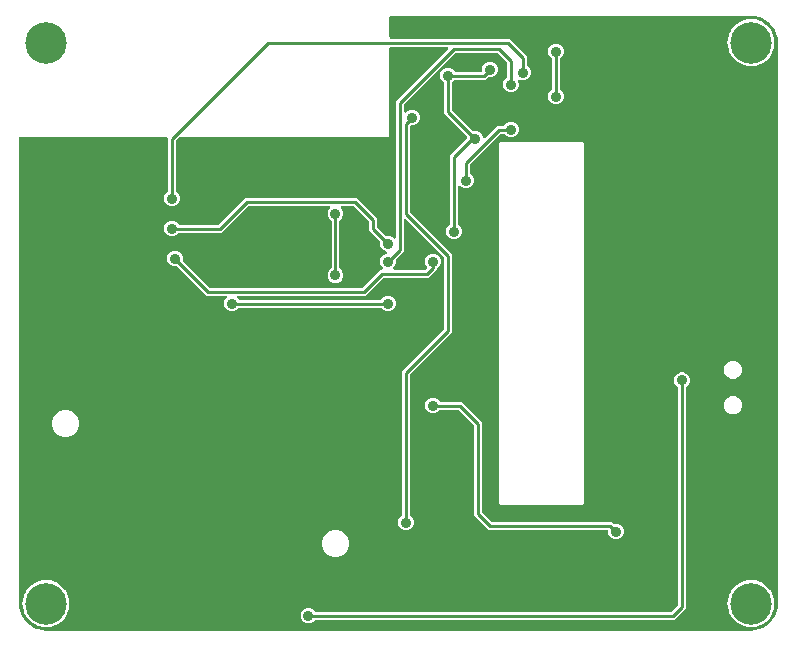
<source format=gbr>
G04 EAGLE Gerber RS-274X export*
G75*
%MOMM*%
%FSLAX34Y34*%
%LPD*%
%INBottom Copper*%
%IPPOS*%
%AMOC8*
5,1,8,0,0,1.08239X$1,22.5*%
G01*
%ADD10C,3.516000*%
%ADD11C,0.906400*%
%ADD12C,0.254000*%

G36*
X622322Y2543D02*
X622322Y2543D01*
X622400Y2545D01*
X625777Y2810D01*
X625845Y2824D01*
X625914Y2829D01*
X626070Y2869D01*
X632494Y4956D01*
X632601Y5006D01*
X632712Y5050D01*
X632763Y5083D01*
X632782Y5091D01*
X632797Y5104D01*
X632848Y5136D01*
X638312Y9107D01*
X638399Y9188D01*
X638446Y9227D01*
X638452Y9231D01*
X638453Y9233D01*
X638491Y9264D01*
X638529Y9310D01*
X638544Y9324D01*
X638555Y9341D01*
X638593Y9387D01*
X640286Y11717D01*
X640299Y11741D01*
X640316Y11761D01*
X640375Y11879D01*
X640439Y11996D01*
X640446Y12022D01*
X640458Y12046D01*
X640485Y12174D01*
X640499Y12185D01*
X640523Y12196D01*
X640625Y12281D01*
X640731Y12361D01*
X640748Y12382D01*
X640768Y12398D01*
X640871Y12522D01*
X642564Y14852D01*
X642621Y14956D01*
X642685Y15056D01*
X642707Y15113D01*
X642717Y15131D01*
X642722Y15151D01*
X642744Y15206D01*
X644831Y21630D01*
X644844Y21698D01*
X644867Y21764D01*
X644890Y21923D01*
X645155Y25300D01*
X645155Y25304D01*
X645156Y25307D01*
X645155Y25326D01*
X645159Y25400D01*
X645159Y500380D01*
X645157Y500402D01*
X645155Y500480D01*
X644890Y503857D01*
X644876Y503925D01*
X644871Y503994D01*
X644831Y504150D01*
X642744Y510574D01*
X642693Y510681D01*
X642650Y510792D01*
X642617Y510843D01*
X642609Y510862D01*
X642596Y510877D01*
X642564Y510928D01*
X640871Y513258D01*
X640853Y513277D01*
X640839Y513300D01*
X640744Y513392D01*
X640653Y513489D01*
X640631Y513504D01*
X640612Y513522D01*
X640498Y513588D01*
X640492Y513604D01*
X640489Y513631D01*
X640440Y513755D01*
X640397Y513880D01*
X640382Y513902D01*
X640372Y513927D01*
X640286Y514063D01*
X638593Y516392D01*
X638512Y516479D01*
X638436Y516571D01*
X638390Y516609D01*
X638376Y516624D01*
X638358Y516635D01*
X638312Y516673D01*
X632848Y520644D01*
X632744Y520701D01*
X632644Y520765D01*
X632587Y520787D01*
X632569Y520797D01*
X632549Y520802D01*
X632494Y520824D01*
X626070Y522911D01*
X626002Y522924D01*
X625936Y522947D01*
X625777Y522970D01*
X622400Y523235D01*
X622378Y523234D01*
X622300Y523239D01*
X317500Y523239D01*
X317382Y523224D01*
X317263Y523217D01*
X317225Y523204D01*
X317184Y523199D01*
X317074Y523156D01*
X316961Y523119D01*
X316926Y523097D01*
X316889Y523082D01*
X316793Y523013D01*
X316692Y522949D01*
X316664Y522919D01*
X316631Y522896D01*
X316556Y522804D01*
X316474Y522717D01*
X316454Y522682D01*
X316429Y522651D01*
X316378Y522543D01*
X316320Y522439D01*
X316310Y522399D01*
X316293Y522363D01*
X316271Y522246D01*
X316241Y522131D01*
X316237Y522071D01*
X316233Y522051D01*
X316235Y522030D01*
X316231Y521970D01*
X316231Y504952D01*
X316246Y504834D01*
X316253Y504715D01*
X316266Y504677D01*
X316271Y504636D01*
X316314Y504526D01*
X316351Y504413D01*
X316373Y504378D01*
X316388Y504341D01*
X316458Y504245D01*
X316521Y504144D01*
X316551Y504116D01*
X316574Y504083D01*
X316666Y504007D01*
X316753Y503926D01*
X316788Y503906D01*
X316819Y503881D01*
X316927Y503830D01*
X317031Y503772D01*
X317071Y503762D01*
X317107Y503745D01*
X317224Y503723D01*
X317339Y503693D01*
X317400Y503689D01*
X317420Y503685D01*
X317440Y503687D01*
X317500Y503683D01*
X417928Y503683D01*
X432563Y489048D01*
X432563Y481487D01*
X432575Y481389D01*
X432578Y481290D01*
X432595Y481232D01*
X432603Y481171D01*
X432639Y481079D01*
X432667Y480984D01*
X432697Y480932D01*
X432720Y480876D01*
X432778Y480796D01*
X432828Y480710D01*
X432894Y480635D01*
X432906Y480618D01*
X432916Y480611D01*
X432934Y480589D01*
X434825Y478699D01*
X435825Y476286D01*
X435825Y473674D01*
X434825Y471261D01*
X432979Y469415D01*
X430566Y468415D01*
X427954Y468415D01*
X426877Y468862D01*
X426743Y468898D01*
X426610Y468939D01*
X426590Y468940D01*
X426570Y468945D01*
X426431Y468948D01*
X426292Y468954D01*
X426272Y468950D01*
X426252Y468951D01*
X426116Y468918D01*
X425981Y468890D01*
X425963Y468881D01*
X425943Y468876D01*
X425820Y468811D01*
X425695Y468750D01*
X425680Y468737D01*
X425662Y468728D01*
X425559Y468634D01*
X425453Y468544D01*
X425441Y468527D01*
X425426Y468514D01*
X425350Y468397D01*
X425270Y468284D01*
X425263Y468265D01*
X425252Y468248D01*
X425206Y468116D01*
X425157Y467987D01*
X425155Y467966D01*
X425148Y467947D01*
X425137Y467809D01*
X425122Y467670D01*
X425125Y467650D01*
X425123Y467630D01*
X425147Y467493D01*
X425166Y467356D01*
X425175Y467329D01*
X425178Y467317D01*
X425186Y467298D01*
X425218Y467203D01*
X425665Y466126D01*
X425665Y463514D01*
X424665Y461101D01*
X422819Y459255D01*
X420406Y458255D01*
X417794Y458255D01*
X415381Y459255D01*
X413535Y461101D01*
X412535Y463514D01*
X412535Y466126D01*
X413535Y468539D01*
X415426Y470429D01*
X415486Y470508D01*
X415554Y470580D01*
X415583Y470633D01*
X415620Y470681D01*
X415660Y470772D01*
X415708Y470858D01*
X415723Y470917D01*
X415747Y470973D01*
X415762Y471071D01*
X415787Y471166D01*
X415793Y471266D01*
X415797Y471287D01*
X415795Y471299D01*
X415797Y471327D01*
X415797Y483246D01*
X415785Y483344D01*
X415782Y483443D01*
X415765Y483502D01*
X415757Y483562D01*
X415721Y483654D01*
X415693Y483749D01*
X415663Y483801D01*
X415640Y483857D01*
X415582Y483937D01*
X415532Y484023D01*
X415466Y484098D01*
X415454Y484115D01*
X415444Y484123D01*
X415426Y484144D01*
X407944Y491626D01*
X407865Y491686D01*
X407793Y491754D01*
X407740Y491783D01*
X407692Y491820D01*
X407601Y491860D01*
X407515Y491908D01*
X407456Y491923D01*
X407401Y491947D01*
X407303Y491962D01*
X407207Y491987D01*
X407107Y491993D01*
X407086Y491997D01*
X407074Y491995D01*
X407046Y491997D01*
X372734Y491997D01*
X372636Y491985D01*
X372537Y491982D01*
X372478Y491965D01*
X372418Y491957D01*
X372326Y491921D01*
X372231Y491893D01*
X372179Y491863D01*
X372123Y491840D01*
X372043Y491782D01*
X371957Y491732D01*
X371882Y491666D01*
X371865Y491654D01*
X371857Y491644D01*
X371836Y491626D01*
X328794Y448584D01*
X328734Y448505D01*
X328666Y448433D01*
X328637Y448380D01*
X328600Y448332D01*
X328560Y448241D01*
X328512Y448155D01*
X328497Y448096D01*
X328473Y448041D01*
X328458Y447943D01*
X328433Y447847D01*
X328427Y447747D01*
X328423Y447726D01*
X328425Y447714D01*
X328423Y447686D01*
X328423Y442371D01*
X328440Y442233D01*
X328453Y442095D01*
X328460Y442076D01*
X328463Y442055D01*
X328514Y441926D01*
X328561Y441795D01*
X328572Y441778D01*
X328580Y441760D01*
X328661Y441647D01*
X328739Y441532D01*
X328755Y441519D01*
X328766Y441502D01*
X328874Y441414D01*
X328978Y441322D01*
X328996Y441312D01*
X329011Y441300D01*
X329137Y441240D01*
X329261Y441177D01*
X329281Y441173D01*
X329299Y441164D01*
X329436Y441138D01*
X329571Y441107D01*
X329592Y441108D01*
X329611Y441104D01*
X329750Y441113D01*
X329889Y441117D01*
X329909Y441123D01*
X329929Y441124D01*
X330061Y441167D01*
X330195Y441205D01*
X330212Y441216D01*
X330231Y441222D01*
X330349Y441296D01*
X330469Y441367D01*
X330490Y441386D01*
X330500Y441392D01*
X330514Y441407D01*
X330589Y441473D01*
X331561Y442445D01*
X333974Y443445D01*
X336586Y443445D01*
X338999Y442445D01*
X340845Y440599D01*
X341845Y438186D01*
X341845Y435574D01*
X340845Y433161D01*
X338999Y431315D01*
X336586Y430315D01*
X334772Y430315D01*
X334654Y430300D01*
X334535Y430293D01*
X334497Y430280D01*
X334456Y430275D01*
X334346Y430232D01*
X334233Y430195D01*
X334198Y430173D01*
X334161Y430158D01*
X334065Y430089D01*
X333964Y430025D01*
X333936Y429995D01*
X333903Y429972D01*
X333827Y429880D01*
X333746Y429793D01*
X333726Y429758D01*
X333701Y429727D01*
X333650Y429619D01*
X333592Y429515D01*
X333582Y429475D01*
X333565Y429439D01*
X333543Y429322D01*
X333513Y429207D01*
X333509Y429147D01*
X333505Y429127D01*
X333507Y429106D01*
X333506Y429091D01*
X333505Y429089D01*
X333505Y429088D01*
X333503Y429046D01*
X333503Y357494D01*
X333515Y357396D01*
X333518Y357297D01*
X333535Y357238D01*
X333543Y357178D01*
X333579Y357086D01*
X333607Y356991D01*
X333637Y356939D01*
X333660Y356883D01*
X333718Y356803D01*
X333768Y356717D01*
X333834Y356642D01*
X333846Y356625D01*
X333856Y356617D01*
X333874Y356596D01*
X366756Y323714D01*
X369063Y321408D01*
X369063Y255172D01*
X333874Y219984D01*
X333814Y219905D01*
X333746Y219833D01*
X333717Y219780D01*
X333680Y219732D01*
X333640Y219641D01*
X333592Y219555D01*
X333577Y219496D01*
X333553Y219441D01*
X333538Y219343D01*
X333513Y219247D01*
X333507Y219147D01*
X333503Y219126D01*
X333505Y219114D01*
X333503Y219086D01*
X333503Y100487D01*
X333515Y100389D01*
X333518Y100290D01*
X333535Y100232D01*
X333543Y100171D01*
X333579Y100079D01*
X333607Y99984D01*
X333637Y99932D01*
X333660Y99876D01*
X333718Y99796D01*
X333768Y99710D01*
X333834Y99635D01*
X333846Y99618D01*
X333856Y99611D01*
X333874Y99589D01*
X335765Y97699D01*
X336765Y95286D01*
X336765Y92674D01*
X335765Y90261D01*
X333919Y88415D01*
X331506Y87415D01*
X328894Y87415D01*
X326481Y88415D01*
X324635Y90261D01*
X323635Y92674D01*
X323635Y95286D01*
X324635Y97699D01*
X326526Y99589D01*
X326586Y99668D01*
X326654Y99740D01*
X326683Y99793D01*
X326720Y99841D01*
X326760Y99932D01*
X326808Y100018D01*
X326823Y100077D01*
X326847Y100133D01*
X326862Y100231D01*
X326887Y100326D01*
X326893Y100426D01*
X326897Y100447D01*
X326895Y100459D01*
X326897Y100487D01*
X326897Y222348D01*
X362086Y257536D01*
X362146Y257615D01*
X362214Y257687D01*
X362243Y257740D01*
X362280Y257788D01*
X362320Y257879D01*
X362368Y257965D01*
X362383Y258024D01*
X362407Y258079D01*
X362422Y258177D01*
X362447Y258273D01*
X362453Y258373D01*
X362457Y258394D01*
X362455Y258406D01*
X362457Y258434D01*
X362457Y318146D01*
X362445Y318244D01*
X362442Y318343D01*
X362425Y318402D01*
X362417Y318462D01*
X362381Y318554D01*
X362353Y318649D01*
X362323Y318701D01*
X362300Y318757D01*
X362242Y318837D01*
X362192Y318923D01*
X362126Y318998D01*
X362114Y319015D01*
X362104Y319023D01*
X362086Y319044D01*
X330589Y350540D01*
X330480Y350625D01*
X330373Y350714D01*
X330354Y350722D01*
X330338Y350735D01*
X330210Y350790D01*
X330085Y350849D01*
X330065Y350853D01*
X330046Y350861D01*
X329908Y350883D01*
X329772Y350909D01*
X329752Y350908D01*
X329732Y350911D01*
X329593Y350898D01*
X329455Y350889D01*
X329436Y350883D01*
X329416Y350881D01*
X329284Y350834D01*
X329153Y350791D01*
X329135Y350780D01*
X329116Y350773D01*
X329001Y350695D01*
X328884Y350621D01*
X328870Y350606D01*
X328853Y350595D01*
X328761Y350491D01*
X328666Y350389D01*
X328656Y350372D01*
X328643Y350356D01*
X328579Y350233D01*
X328512Y350111D01*
X328507Y350091D01*
X328498Y350073D01*
X328468Y349937D01*
X328433Y349803D01*
X328431Y349775D01*
X328428Y349763D01*
X328429Y349742D01*
X328423Y349642D01*
X328423Y323752D01*
X321896Y317226D01*
X321836Y317147D01*
X321768Y317075D01*
X321739Y317022D01*
X321702Y316974D01*
X321662Y316883D01*
X321614Y316797D01*
X321599Y316738D01*
X321575Y316683D01*
X321560Y316585D01*
X321535Y316489D01*
X321529Y316389D01*
X321525Y316369D01*
X321527Y316356D01*
X321525Y316328D01*
X321525Y313654D01*
X320525Y311241D01*
X319553Y310269D01*
X319469Y310160D01*
X319380Y310053D01*
X319371Y310034D01*
X319358Y310018D01*
X319303Y309891D01*
X319244Y309765D01*
X319240Y309745D01*
X319232Y309726D01*
X319210Y309588D01*
X319184Y309452D01*
X319185Y309432D01*
X319182Y309412D01*
X319195Y309273D01*
X319204Y309135D01*
X319210Y309116D01*
X319212Y309096D01*
X319259Y308964D01*
X319302Y308833D01*
X319313Y308815D01*
X319320Y308796D01*
X319398Y308681D01*
X319472Y308564D01*
X319487Y308550D01*
X319498Y308533D01*
X319602Y308441D01*
X319704Y308346D01*
X319722Y308336D01*
X319737Y308323D01*
X319860Y308260D01*
X319982Y308192D01*
X320002Y308187D01*
X320020Y308178D01*
X320156Y308148D01*
X320290Y308113D01*
X320318Y308111D01*
X320330Y308108D01*
X320351Y308109D01*
X320451Y308103D01*
X346086Y308103D01*
X346184Y308115D01*
X346283Y308118D01*
X346342Y308135D01*
X346402Y308143D01*
X346494Y308179D01*
X346589Y308207D01*
X346641Y308237D01*
X346697Y308260D01*
X346778Y308318D01*
X346863Y308368D01*
X346938Y308434D01*
X346955Y308446D01*
X346963Y308456D01*
X346984Y308474D01*
X347725Y309216D01*
X347798Y309310D01*
X347877Y309399D01*
X347895Y309435D01*
X347920Y309467D01*
X347967Y309576D01*
X348022Y309683D01*
X348030Y309722D01*
X348046Y309759D01*
X348065Y309877D01*
X348091Y309993D01*
X348090Y310033D01*
X348096Y310073D01*
X348085Y310192D01*
X348081Y310311D01*
X348070Y310349D01*
X348066Y310390D01*
X348026Y310502D01*
X347993Y310616D01*
X347973Y310651D01*
X347959Y310689D01*
X347892Y310787D01*
X347832Y310890D01*
X347792Y310935D01*
X347780Y310952D01*
X347765Y310966D01*
X347725Y311011D01*
X347495Y311241D01*
X346495Y313654D01*
X346495Y316266D01*
X347495Y318679D01*
X349341Y320525D01*
X351754Y321525D01*
X354366Y321525D01*
X356779Y320525D01*
X358625Y318679D01*
X359625Y316266D01*
X359625Y313654D01*
X358625Y311241D01*
X356734Y309351D01*
X356674Y309272D01*
X356606Y309200D01*
X356577Y309147D01*
X356540Y309099D01*
X356500Y309008D01*
X356452Y308922D01*
X356437Y308863D01*
X356413Y308807D01*
X356398Y308709D01*
X356373Y308614D01*
X356367Y308519D01*
X356366Y308515D01*
X349348Y301497D01*
X311774Y301497D01*
X311676Y301485D01*
X311577Y301482D01*
X311518Y301465D01*
X311458Y301457D01*
X311366Y301421D01*
X311271Y301393D01*
X311219Y301363D01*
X311163Y301340D01*
X311083Y301282D01*
X310997Y301232D01*
X310922Y301166D01*
X310905Y301154D01*
X310897Y301144D01*
X310876Y301126D01*
X296008Y286257D01*
X188371Y286257D01*
X188233Y286240D01*
X188095Y286227D01*
X188076Y286220D01*
X188055Y286217D01*
X187926Y286166D01*
X187795Y286119D01*
X187778Y286108D01*
X187760Y286100D01*
X187647Y286019D01*
X187532Y285941D01*
X187519Y285925D01*
X187502Y285914D01*
X187414Y285806D01*
X187322Y285702D01*
X187312Y285684D01*
X187300Y285669D01*
X187240Y285543D01*
X187177Y285419D01*
X187173Y285399D01*
X187164Y285381D01*
X187138Y285244D01*
X187107Y285109D01*
X187108Y285088D01*
X187104Y285069D01*
X187113Y284930D01*
X187117Y284791D01*
X187123Y284771D01*
X187124Y284751D01*
X187167Y284619D01*
X187205Y284485D01*
X187216Y284468D01*
X187222Y284449D01*
X187296Y284331D01*
X187367Y284211D01*
X187386Y284190D01*
X187392Y284180D01*
X187407Y284166D01*
X187473Y284091D01*
X188489Y283074D01*
X188568Y283014D01*
X188640Y282946D01*
X188693Y282917D01*
X188741Y282880D01*
X188832Y282840D01*
X188918Y282792D01*
X188977Y282777D01*
X189033Y282753D01*
X189130Y282738D01*
X189226Y282713D01*
X189326Y282707D01*
X189347Y282703D01*
X189359Y282705D01*
X189387Y282703D01*
X308453Y282703D01*
X308551Y282715D01*
X308650Y282718D01*
X308708Y282735D01*
X308769Y282743D01*
X308861Y282779D01*
X308956Y282807D01*
X309008Y282837D01*
X309064Y282860D01*
X309144Y282918D01*
X309230Y282968D01*
X309305Y283034D01*
X309322Y283046D01*
X309329Y283056D01*
X309351Y283074D01*
X311241Y284965D01*
X313654Y285965D01*
X316266Y285965D01*
X318679Y284965D01*
X320525Y283119D01*
X321525Y280706D01*
X321525Y278094D01*
X320525Y275681D01*
X318679Y273835D01*
X316266Y272835D01*
X313654Y272835D01*
X311241Y273835D01*
X309351Y275726D01*
X309272Y275786D01*
X309200Y275854D01*
X309147Y275883D01*
X309099Y275920D01*
X309008Y275960D01*
X308922Y276008D01*
X308863Y276023D01*
X308807Y276047D01*
X308709Y276062D01*
X308614Y276087D01*
X308514Y276093D01*
X308493Y276097D01*
X308481Y276095D01*
X308453Y276097D01*
X189387Y276097D01*
X189289Y276085D01*
X189190Y276082D01*
X189132Y276065D01*
X189071Y276057D01*
X188979Y276021D01*
X188884Y275993D01*
X188832Y275963D01*
X188776Y275940D01*
X188696Y275882D01*
X188610Y275832D01*
X188535Y275766D01*
X188518Y275754D01*
X188511Y275744D01*
X188489Y275726D01*
X186599Y273835D01*
X184186Y272835D01*
X181574Y272835D01*
X179161Y273835D01*
X177315Y275681D01*
X176315Y278094D01*
X176315Y280706D01*
X177315Y283119D01*
X178287Y284091D01*
X178371Y284200D01*
X178460Y284307D01*
X178469Y284326D01*
X178482Y284342D01*
X178537Y284469D01*
X178596Y284595D01*
X178600Y284615D01*
X178608Y284634D01*
X178630Y284772D01*
X178656Y284908D01*
X178655Y284928D01*
X178658Y284948D01*
X178645Y285087D01*
X178636Y285225D01*
X178630Y285244D01*
X178628Y285264D01*
X178581Y285396D01*
X178538Y285527D01*
X178527Y285545D01*
X178520Y285564D01*
X178442Y285679D01*
X178368Y285796D01*
X178353Y285810D01*
X178342Y285827D01*
X178238Y285919D01*
X178136Y286014D01*
X178118Y286024D01*
X178103Y286037D01*
X177980Y286100D01*
X177858Y286168D01*
X177838Y286173D01*
X177820Y286182D01*
X177684Y286212D01*
X177550Y286247D01*
X177522Y286249D01*
X177510Y286252D01*
X177489Y286251D01*
X177389Y286257D01*
X161192Y286257D01*
X136886Y310564D01*
X136807Y310624D01*
X136735Y310692D01*
X136682Y310721D01*
X136634Y310758D01*
X136543Y310798D01*
X136457Y310846D01*
X136398Y310861D01*
X136343Y310885D01*
X136245Y310900D01*
X136149Y310925D01*
X136049Y310931D01*
X136028Y310935D01*
X136016Y310933D01*
X135988Y310935D01*
X133314Y310935D01*
X130901Y311935D01*
X129055Y313781D01*
X128055Y316194D01*
X128055Y318806D01*
X129055Y321219D01*
X130901Y323065D01*
X133314Y324065D01*
X135926Y324065D01*
X138339Y323065D01*
X140185Y321219D01*
X141185Y318806D01*
X141185Y316132D01*
X141197Y316034D01*
X141200Y315935D01*
X141217Y315876D01*
X141225Y315816D01*
X141261Y315724D01*
X141289Y315629D01*
X141319Y315577D01*
X141342Y315521D01*
X141400Y315441D01*
X141450Y315355D01*
X141516Y315280D01*
X141528Y315263D01*
X141538Y315255D01*
X141556Y315234D01*
X163556Y293234D01*
X163635Y293174D01*
X163707Y293106D01*
X163760Y293077D01*
X163808Y293040D01*
X163899Y293000D01*
X163985Y292952D01*
X164044Y292937D01*
X164099Y292913D01*
X164197Y292898D01*
X164293Y292873D01*
X164393Y292867D01*
X164414Y292863D01*
X164426Y292865D01*
X164454Y292863D01*
X292746Y292863D01*
X292844Y292875D01*
X292943Y292878D01*
X293002Y292895D01*
X293062Y292903D01*
X293154Y292939D01*
X293249Y292967D01*
X293301Y292997D01*
X293357Y293020D01*
X293437Y293078D01*
X293523Y293128D01*
X293598Y293194D01*
X293615Y293206D01*
X293623Y293216D01*
X293644Y293234D01*
X308512Y308103D01*
X309469Y308103D01*
X309607Y308120D01*
X309745Y308133D01*
X309764Y308140D01*
X309785Y308143D01*
X309914Y308194D01*
X310045Y308241D01*
X310062Y308252D01*
X310080Y308260D01*
X310193Y308341D01*
X310308Y308419D01*
X310321Y308435D01*
X310338Y308446D01*
X310426Y308554D01*
X310518Y308658D01*
X310528Y308676D01*
X310540Y308691D01*
X310600Y308817D01*
X310663Y308941D01*
X310667Y308961D01*
X310676Y308979D01*
X310702Y309116D01*
X310733Y309251D01*
X310732Y309272D01*
X310736Y309291D01*
X310727Y309430D01*
X310723Y309569D01*
X310717Y309589D01*
X310716Y309609D01*
X310673Y309741D01*
X310635Y309875D01*
X310624Y309892D01*
X310618Y309911D01*
X310544Y310029D01*
X310473Y310149D01*
X310454Y310170D01*
X310448Y310180D01*
X310433Y310194D01*
X310367Y310269D01*
X309395Y311241D01*
X308395Y313654D01*
X308395Y316266D01*
X309395Y318679D01*
X311241Y320525D01*
X313371Y321407D01*
X313492Y321476D01*
X313615Y321541D01*
X313630Y321555D01*
X313647Y321565D01*
X313747Y321662D01*
X313850Y321755D01*
X313861Y321772D01*
X313876Y321786D01*
X313948Y321905D01*
X314025Y322021D01*
X314031Y322040D01*
X314042Y322057D01*
X314083Y322190D01*
X314128Y322322D01*
X314129Y322342D01*
X314135Y322361D01*
X314142Y322500D01*
X314153Y322639D01*
X314150Y322659D01*
X314151Y322679D01*
X314122Y322815D01*
X314099Y322952D01*
X314090Y322971D01*
X314086Y322990D01*
X314025Y323116D01*
X313968Y323242D01*
X313955Y323258D01*
X313947Y323276D01*
X313856Y323382D01*
X313769Y323490D01*
X313753Y323503D01*
X313740Y323518D01*
X313627Y323598D01*
X313515Y323682D01*
X313490Y323694D01*
X313480Y323701D01*
X313461Y323708D01*
X313371Y323753D01*
X311241Y324635D01*
X309395Y326481D01*
X308395Y328894D01*
X308395Y331568D01*
X308383Y331666D01*
X308380Y331765D01*
X308363Y331824D01*
X308355Y331884D01*
X308319Y331976D01*
X308291Y332071D01*
X308261Y332123D01*
X308238Y332179D01*
X308180Y332259D01*
X308130Y332345D01*
X308064Y332420D01*
X308052Y332437D01*
X308042Y332445D01*
X308024Y332466D01*
X298957Y341532D01*
X298957Y348626D01*
X298945Y348724D01*
X298942Y348823D01*
X298925Y348882D01*
X298917Y348942D01*
X298881Y349034D01*
X298853Y349129D01*
X298823Y349181D01*
X298800Y349237D01*
X298742Y349317D01*
X298692Y349403D01*
X298626Y349478D01*
X298614Y349495D01*
X298604Y349503D01*
X298586Y349524D01*
X286024Y362086D01*
X285945Y362146D01*
X285873Y362214D01*
X285820Y362243D01*
X285772Y362280D01*
X285681Y362320D01*
X285595Y362368D01*
X285536Y362383D01*
X285481Y362407D01*
X285383Y362422D01*
X285287Y362447D01*
X285187Y362453D01*
X285166Y362457D01*
X285154Y362455D01*
X285126Y362457D01*
X276001Y362457D01*
X275863Y362440D01*
X275725Y362427D01*
X275706Y362420D01*
X275685Y362417D01*
X275556Y362366D01*
X275425Y362319D01*
X275408Y362308D01*
X275390Y362300D01*
X275277Y362219D01*
X275162Y362141D01*
X275149Y362125D01*
X275132Y362114D01*
X275044Y362006D01*
X274952Y361902D01*
X274942Y361884D01*
X274930Y361869D01*
X274870Y361743D01*
X274807Y361619D01*
X274803Y361599D01*
X274794Y361581D01*
X274768Y361444D01*
X274737Y361309D01*
X274738Y361288D01*
X274734Y361269D01*
X274743Y361130D01*
X274747Y360991D01*
X274753Y360971D01*
X274754Y360951D01*
X274797Y360819D01*
X274835Y360685D01*
X274846Y360668D01*
X274852Y360649D01*
X274926Y360531D01*
X274997Y360411D01*
X275016Y360390D01*
X275022Y360380D01*
X275037Y360366D01*
X275103Y360291D01*
X276075Y359319D01*
X277075Y356906D01*
X277075Y354294D01*
X276075Y351881D01*
X274184Y349991D01*
X274124Y349912D01*
X274056Y349840D01*
X274027Y349787D01*
X273990Y349739D01*
X273950Y349648D01*
X273902Y349562D01*
X273887Y349503D01*
X273863Y349447D01*
X273848Y349349D01*
X273823Y349254D01*
X273817Y349154D01*
X273813Y349133D01*
X273815Y349121D01*
X273813Y349093D01*
X273813Y310037D01*
X273825Y309939D01*
X273828Y309840D01*
X273845Y309782D01*
X273853Y309721D01*
X273889Y309629D01*
X273917Y309534D01*
X273947Y309482D01*
X273970Y309426D01*
X274028Y309346D01*
X274078Y309260D01*
X274144Y309185D01*
X274156Y309168D01*
X274166Y309161D01*
X274184Y309139D01*
X276075Y307249D01*
X277075Y304836D01*
X277075Y302224D01*
X276075Y299811D01*
X274229Y297965D01*
X271816Y296965D01*
X269204Y296965D01*
X266791Y297965D01*
X264945Y299811D01*
X263945Y302224D01*
X263945Y304836D01*
X264945Y307249D01*
X266836Y309139D01*
X266896Y309218D01*
X266964Y309290D01*
X266993Y309343D01*
X267030Y309391D01*
X267070Y309482D01*
X267118Y309568D01*
X267133Y309627D01*
X267157Y309683D01*
X267172Y309781D01*
X267197Y309876D01*
X267203Y309976D01*
X267207Y309997D01*
X267205Y310009D01*
X267207Y310037D01*
X267207Y349093D01*
X267195Y349191D01*
X267192Y349290D01*
X267175Y349348D01*
X267167Y349409D01*
X267131Y349501D01*
X267103Y349596D01*
X267073Y349648D01*
X267050Y349704D01*
X266992Y349784D01*
X266942Y349870D01*
X266876Y349945D01*
X266864Y349962D01*
X266854Y349969D01*
X266836Y349991D01*
X264945Y351881D01*
X263945Y354294D01*
X263945Y356906D01*
X264945Y359319D01*
X265917Y360291D01*
X266001Y360400D01*
X266090Y360507D01*
X266099Y360526D01*
X266112Y360542D01*
X266167Y360669D01*
X266226Y360795D01*
X266230Y360815D01*
X266238Y360834D01*
X266260Y360972D01*
X266286Y361108D01*
X266285Y361128D01*
X266288Y361148D01*
X266275Y361287D01*
X266266Y361425D01*
X266260Y361444D01*
X266258Y361464D01*
X266211Y361596D01*
X266168Y361727D01*
X266157Y361745D01*
X266150Y361764D01*
X266072Y361879D01*
X265998Y361996D01*
X265983Y362010D01*
X265972Y362027D01*
X265868Y362119D01*
X265766Y362214D01*
X265748Y362224D01*
X265733Y362237D01*
X265610Y362300D01*
X265488Y362368D01*
X265468Y362373D01*
X265450Y362382D01*
X265314Y362412D01*
X265180Y362447D01*
X265152Y362449D01*
X265140Y362452D01*
X265119Y362451D01*
X265019Y362457D01*
X197474Y362457D01*
X197376Y362445D01*
X197277Y362442D01*
X197218Y362425D01*
X197158Y362417D01*
X197066Y362381D01*
X196971Y362353D01*
X196919Y362323D01*
X196863Y362300D01*
X196783Y362242D01*
X196697Y362192D01*
X196622Y362126D01*
X196605Y362114D01*
X196597Y362104D01*
X196576Y362086D01*
X174088Y339597D01*
X138587Y339597D01*
X138489Y339585D01*
X138390Y339582D01*
X138332Y339565D01*
X138271Y339557D01*
X138179Y339521D01*
X138084Y339493D01*
X138032Y339463D01*
X137976Y339440D01*
X137896Y339382D01*
X137810Y339332D01*
X137735Y339266D01*
X137718Y339254D01*
X137711Y339244D01*
X137689Y339226D01*
X135799Y337335D01*
X133386Y336335D01*
X130774Y336335D01*
X128361Y337335D01*
X126515Y339181D01*
X125515Y341594D01*
X125515Y344206D01*
X126515Y346619D01*
X128361Y348465D01*
X130774Y349465D01*
X133386Y349465D01*
X135799Y348465D01*
X137689Y346574D01*
X137768Y346514D01*
X137840Y346446D01*
X137893Y346417D01*
X137941Y346380D01*
X138032Y346340D01*
X138118Y346292D01*
X138177Y346277D01*
X138233Y346253D01*
X138331Y346238D01*
X138426Y346213D01*
X138526Y346207D01*
X138547Y346203D01*
X138559Y346205D01*
X138587Y346203D01*
X170826Y346203D01*
X170924Y346215D01*
X171023Y346218D01*
X171082Y346235D01*
X171142Y346243D01*
X171234Y346279D01*
X171329Y346307D01*
X171381Y346337D01*
X171437Y346360D01*
X171517Y346418D01*
X171603Y346468D01*
X171678Y346534D01*
X171695Y346546D01*
X171703Y346556D01*
X171724Y346574D01*
X194212Y369063D01*
X288388Y369063D01*
X305563Y351888D01*
X305563Y344794D01*
X305575Y344696D01*
X305578Y344597D01*
X305595Y344538D01*
X305603Y344478D01*
X305639Y344386D01*
X305667Y344291D01*
X305697Y344239D01*
X305720Y344183D01*
X305778Y344103D01*
X305828Y344017D01*
X305894Y343942D01*
X305906Y343925D01*
X305916Y343917D01*
X305934Y343896D01*
X312694Y337136D01*
X312773Y337076D01*
X312845Y337008D01*
X312898Y336979D01*
X312946Y336942D01*
X313037Y336902D01*
X313123Y336854D01*
X313182Y336839D01*
X313237Y336815D01*
X313335Y336800D01*
X313431Y336775D01*
X313531Y336769D01*
X313552Y336765D01*
X313564Y336767D01*
X313592Y336765D01*
X316266Y336765D01*
X318679Y335765D01*
X319651Y334793D01*
X319760Y334709D01*
X319867Y334620D01*
X319886Y334611D01*
X319902Y334598D01*
X320029Y334543D01*
X320155Y334484D01*
X320175Y334480D01*
X320194Y334472D01*
X320332Y334450D01*
X320468Y334424D01*
X320488Y334425D01*
X320508Y334422D01*
X320647Y334435D01*
X320785Y334444D01*
X320804Y334450D01*
X320824Y334452D01*
X320956Y334499D01*
X321087Y334542D01*
X321105Y334553D01*
X321124Y334560D01*
X321239Y334638D01*
X321356Y334712D01*
X321370Y334727D01*
X321387Y334738D01*
X321479Y334842D01*
X321574Y334944D01*
X321584Y334962D01*
X321597Y334977D01*
X321660Y335100D01*
X321728Y335222D01*
X321733Y335242D01*
X321742Y335260D01*
X321772Y335396D01*
X321807Y335530D01*
X321809Y335558D01*
X321812Y335570D01*
X321811Y335591D01*
X321817Y335691D01*
X321817Y450948D01*
X324124Y453254D01*
X365780Y494911D01*
X365865Y495020D01*
X365954Y495127D01*
X365962Y495146D01*
X365975Y495162D01*
X366030Y495290D01*
X366089Y495415D01*
X366093Y495435D01*
X366101Y495454D01*
X366123Y495592D01*
X366149Y495728D01*
X366148Y495748D01*
X366151Y495768D01*
X366138Y495907D01*
X366129Y496045D01*
X366123Y496064D01*
X366121Y496084D01*
X366074Y496216D01*
X366031Y496347D01*
X366020Y496365D01*
X366013Y496384D01*
X365935Y496499D01*
X365861Y496616D01*
X365846Y496630D01*
X365835Y496647D01*
X365731Y496739D01*
X365629Y496834D01*
X365612Y496844D01*
X365596Y496857D01*
X365473Y496920D01*
X365351Y496988D01*
X365331Y496993D01*
X365313Y497002D01*
X365177Y497032D01*
X365043Y497067D01*
X365015Y497069D01*
X365003Y497072D01*
X364982Y497071D01*
X364882Y497077D01*
X317500Y497077D01*
X317382Y497062D01*
X317263Y497055D01*
X317225Y497042D01*
X317184Y497037D01*
X317074Y496994D01*
X316961Y496957D01*
X316926Y496935D01*
X316889Y496920D01*
X316793Y496851D01*
X316692Y496787D01*
X316664Y496757D01*
X316631Y496734D01*
X316556Y496642D01*
X316474Y496555D01*
X316454Y496520D01*
X316429Y496489D01*
X316378Y496381D01*
X316320Y496277D01*
X316310Y496237D01*
X316293Y496201D01*
X316271Y496084D01*
X316241Y495969D01*
X316237Y495909D01*
X316233Y495889D01*
X316235Y495868D01*
X316231Y495808D01*
X316231Y420369D01*
X273324Y420369D01*
X273314Y420368D01*
X273305Y420369D01*
X273156Y420348D01*
X273008Y420329D01*
X272999Y420326D01*
X272990Y420325D01*
X272838Y420273D01*
X272806Y420259D01*
X268214Y420259D01*
X268182Y420273D01*
X268173Y420275D01*
X268165Y420280D01*
X268020Y420317D01*
X267876Y420357D01*
X267866Y420357D01*
X267857Y420359D01*
X267696Y420369D01*
X138546Y420369D01*
X138448Y420357D01*
X138349Y420354D01*
X138290Y420337D01*
X138230Y420329D01*
X138138Y420293D01*
X138043Y420265D01*
X137991Y420235D01*
X137935Y420212D01*
X137854Y420154D01*
X137769Y420104D01*
X137694Y420038D01*
X137677Y420026D01*
X137669Y420016D01*
X137648Y419998D01*
X135754Y418104D01*
X135694Y418025D01*
X135626Y417953D01*
X135597Y417900D01*
X135560Y417852D01*
X135520Y417761D01*
X135472Y417675D01*
X135457Y417616D01*
X135433Y417561D01*
X135418Y417463D01*
X135393Y417367D01*
X135387Y417267D01*
X135383Y417246D01*
X135385Y417234D01*
X135383Y417206D01*
X135383Y374807D01*
X135395Y374709D01*
X135398Y374610D01*
X135415Y374552D01*
X135423Y374491D01*
X135459Y374399D01*
X135487Y374304D01*
X135517Y374252D01*
X135540Y374196D01*
X135598Y374116D01*
X135648Y374030D01*
X135714Y373955D01*
X135726Y373938D01*
X135736Y373931D01*
X135754Y373909D01*
X137645Y372019D01*
X138645Y369606D01*
X138645Y366994D01*
X137645Y364581D01*
X135799Y362735D01*
X133386Y361735D01*
X130774Y361735D01*
X128361Y362735D01*
X126515Y364581D01*
X125515Y366994D01*
X125515Y369606D01*
X126515Y372019D01*
X128406Y373909D01*
X128466Y373988D01*
X128534Y374060D01*
X128563Y374113D01*
X128600Y374161D01*
X128640Y374252D01*
X128688Y374338D01*
X128703Y374397D01*
X128727Y374453D01*
X128742Y374551D01*
X128767Y374646D01*
X128773Y374746D01*
X128777Y374767D01*
X128775Y374779D01*
X128777Y374807D01*
X128777Y419100D01*
X128762Y419218D01*
X128755Y419337D01*
X128742Y419375D01*
X128737Y419416D01*
X128694Y419526D01*
X128657Y419639D01*
X128635Y419674D01*
X128620Y419711D01*
X128551Y419807D01*
X128487Y419908D01*
X128457Y419936D01*
X128434Y419969D01*
X128342Y420045D01*
X128255Y420126D01*
X128220Y420146D01*
X128189Y420171D01*
X128081Y420222D01*
X127977Y420280D01*
X127937Y420290D01*
X127901Y420307D01*
X127784Y420329D01*
X127669Y420359D01*
X127609Y420363D01*
X127589Y420367D01*
X127568Y420365D01*
X127508Y420369D01*
X44724Y420369D01*
X44714Y420368D01*
X44705Y420369D01*
X44556Y420348D01*
X44408Y420329D01*
X44399Y420326D01*
X44390Y420325D01*
X44238Y420273D01*
X44206Y420259D01*
X39614Y420259D01*
X39582Y420273D01*
X39573Y420275D01*
X39565Y420280D01*
X39420Y420317D01*
X39276Y420357D01*
X39266Y420357D01*
X39257Y420359D01*
X39096Y420369D01*
X3810Y420369D01*
X3692Y420354D01*
X3573Y420347D01*
X3535Y420334D01*
X3494Y420329D01*
X3384Y420286D01*
X3271Y420249D01*
X3236Y420227D01*
X3199Y420212D01*
X3103Y420143D01*
X3002Y420079D01*
X2974Y420049D01*
X2941Y420026D01*
X2865Y419934D01*
X2784Y419847D01*
X2764Y419812D01*
X2739Y419781D01*
X2688Y419673D01*
X2630Y419569D01*
X2620Y419529D01*
X2603Y419493D01*
X2581Y419376D01*
X2551Y419261D01*
X2547Y419200D01*
X2543Y419181D01*
X2545Y419160D01*
X2541Y419100D01*
X2541Y25400D01*
X2543Y25378D01*
X2545Y25300D01*
X2810Y21923D01*
X2824Y21855D01*
X2829Y21786D01*
X2869Y21630D01*
X4956Y15206D01*
X5006Y15099D01*
X5050Y14988D01*
X5083Y14937D01*
X5091Y14918D01*
X5104Y14903D01*
X5136Y14852D01*
X9107Y9388D01*
X9127Y9366D01*
X9138Y9348D01*
X9184Y9305D01*
X9188Y9301D01*
X9264Y9209D01*
X9310Y9171D01*
X9324Y9156D01*
X9342Y9145D01*
X9388Y9107D01*
X14596Y5322D01*
X14852Y5136D01*
X14956Y5079D01*
X15056Y5015D01*
X15113Y4993D01*
X15131Y4983D01*
X15151Y4978D01*
X15206Y4956D01*
X17945Y4066D01*
X17971Y4061D01*
X17996Y4051D01*
X18127Y4031D01*
X18257Y4007D01*
X18284Y4008D01*
X18310Y4004D01*
X18441Y4018D01*
X18455Y4008D01*
X18474Y3989D01*
X18585Y3917D01*
X18694Y3842D01*
X18719Y3832D01*
X18742Y3818D01*
X18892Y3759D01*
X21630Y2869D01*
X21698Y2856D01*
X21764Y2833D01*
X21923Y2810D01*
X25300Y2545D01*
X25322Y2546D01*
X25400Y2541D01*
X622300Y2541D01*
X622322Y2543D01*
G37*
%LPC*%
G36*
X410428Y109219D02*
X410428Y109219D01*
X408939Y110708D01*
X408939Y415072D01*
X410428Y416561D01*
X479842Y416561D01*
X481331Y415072D01*
X481331Y110708D01*
X479842Y109219D01*
X410428Y109219D01*
G37*
%LPD*%
%LPC*%
G36*
X246344Y8675D02*
X246344Y8675D01*
X243931Y9675D01*
X242085Y11521D01*
X241085Y13934D01*
X241085Y16546D01*
X242085Y18959D01*
X243931Y20805D01*
X246344Y21805D01*
X248956Y21805D01*
X251369Y20805D01*
X253259Y18914D01*
X253338Y18854D01*
X253410Y18786D01*
X253463Y18757D01*
X253511Y18720D01*
X253602Y18680D01*
X253688Y18632D01*
X253747Y18617D01*
X253803Y18593D01*
X253901Y18578D01*
X253996Y18553D01*
X254096Y18547D01*
X254117Y18543D01*
X254129Y18545D01*
X254157Y18543D01*
X554366Y18543D01*
X554464Y18555D01*
X554563Y18558D01*
X554622Y18575D01*
X554682Y18583D01*
X554774Y18619D01*
X554869Y18647D01*
X554921Y18677D01*
X554977Y18700D01*
X555057Y18758D01*
X555143Y18808D01*
X555218Y18874D01*
X555235Y18886D01*
X555243Y18896D01*
X555264Y18914D01*
X560206Y23856D01*
X560266Y23935D01*
X560334Y24007D01*
X560363Y24060D01*
X560400Y24108D01*
X560440Y24198D01*
X560488Y24285D01*
X560503Y24344D01*
X560527Y24399D01*
X560542Y24497D01*
X560567Y24593D01*
X560573Y24693D01*
X560577Y24714D01*
X560575Y24726D01*
X560577Y24754D01*
X560577Y208123D01*
X560565Y208221D01*
X560562Y208320D01*
X560545Y208378D01*
X560537Y208439D01*
X560501Y208531D01*
X560473Y208626D01*
X560443Y208678D01*
X560420Y208734D01*
X560362Y208814D01*
X560312Y208900D01*
X560246Y208975D01*
X560234Y208992D01*
X560224Y208999D01*
X560206Y209021D01*
X558315Y210911D01*
X557315Y213324D01*
X557315Y215936D01*
X558315Y218349D01*
X560161Y220195D01*
X562574Y221195D01*
X565186Y221195D01*
X567599Y220195D01*
X569445Y218349D01*
X570445Y215936D01*
X570445Y213324D01*
X569445Y210911D01*
X567554Y209021D01*
X567494Y208942D01*
X567426Y208870D01*
X567397Y208817D01*
X567360Y208769D01*
X567320Y208678D01*
X567272Y208592D01*
X567257Y208533D01*
X567233Y208477D01*
X567218Y208379D01*
X567193Y208284D01*
X567187Y208184D01*
X567183Y208163D01*
X567185Y208151D01*
X567183Y208123D01*
X567183Y21492D01*
X557628Y11937D01*
X254157Y11937D01*
X254059Y11925D01*
X253960Y11922D01*
X253902Y11905D01*
X253841Y11897D01*
X253749Y11861D01*
X253654Y11833D01*
X253602Y11803D01*
X253546Y11780D01*
X253466Y11722D01*
X253380Y11672D01*
X253305Y11606D01*
X253288Y11594D01*
X253281Y11584D01*
X253259Y11566D01*
X251369Y9675D01*
X248956Y8675D01*
X246344Y8675D01*
G37*
%LPD*%
%LPC*%
G36*
X369534Y333795D02*
X369534Y333795D01*
X367121Y334795D01*
X365275Y336641D01*
X364275Y339054D01*
X364275Y341666D01*
X365275Y344079D01*
X367166Y345969D01*
X367226Y346048D01*
X367294Y346120D01*
X367323Y346173D01*
X367360Y346221D01*
X367400Y346312D01*
X367448Y346398D01*
X367463Y346457D01*
X367487Y346513D01*
X367502Y346611D01*
X367527Y346706D01*
X367533Y346806D01*
X367537Y346827D01*
X367535Y346839D01*
X367537Y346867D01*
X367537Y405228D01*
X381684Y419374D01*
X381744Y419453D01*
X381812Y419525D01*
X381841Y419578D01*
X381878Y419626D01*
X381918Y419717D01*
X381966Y419803D01*
X381981Y419862D01*
X382005Y419917D01*
X382020Y420015D01*
X382045Y420111D01*
X382051Y420211D01*
X382055Y420232D01*
X382053Y420244D01*
X382055Y420272D01*
X382055Y420468D01*
X382043Y420566D01*
X382040Y420665D01*
X382023Y420724D01*
X382015Y420784D01*
X381979Y420876D01*
X381951Y420971D01*
X381921Y421023D01*
X381898Y421079D01*
X381840Y421159D01*
X381790Y421245D01*
X381724Y421320D01*
X381712Y421337D01*
X381702Y421345D01*
X381684Y421366D01*
X362457Y440592D01*
X362457Y465933D01*
X362445Y466031D01*
X362442Y466130D01*
X362425Y466188D01*
X362417Y466249D01*
X362381Y466341D01*
X362353Y466436D01*
X362323Y466488D01*
X362300Y466544D01*
X362242Y466624D01*
X362192Y466710D01*
X362126Y466785D01*
X362114Y466802D01*
X362104Y466809D01*
X362086Y466831D01*
X360195Y468721D01*
X359195Y471134D01*
X359195Y473746D01*
X360195Y476159D01*
X362041Y478005D01*
X364454Y479005D01*
X367066Y479005D01*
X369479Y478005D01*
X371369Y476114D01*
X371448Y476054D01*
X371520Y475986D01*
X371573Y475957D01*
X371621Y475920D01*
X371712Y475880D01*
X371798Y475832D01*
X371857Y475817D01*
X371913Y475793D01*
X372011Y475778D01*
X372106Y475753D01*
X372206Y475747D01*
X372227Y475743D01*
X372239Y475745D01*
X372267Y475743D01*
X393486Y475743D01*
X393604Y475758D01*
X393723Y475765D01*
X393761Y475778D01*
X393802Y475783D01*
X393912Y475826D01*
X394025Y475863D01*
X394060Y475885D01*
X394097Y475900D01*
X394193Y475969D01*
X394294Y476033D01*
X394322Y476063D01*
X394355Y476086D01*
X394431Y476178D01*
X394512Y476265D01*
X394532Y476300D01*
X394557Y476331D01*
X394608Y476439D01*
X394666Y476543D01*
X394676Y476583D01*
X394693Y476619D01*
X394715Y476736D01*
X394745Y476851D01*
X394749Y476911D01*
X394753Y476931D01*
X394751Y476952D01*
X394755Y477012D01*
X394755Y478826D01*
X395755Y481239D01*
X397601Y483085D01*
X400014Y484085D01*
X402626Y484085D01*
X405039Y483085D01*
X406885Y481239D01*
X407885Y478826D01*
X407885Y476214D01*
X406885Y473801D01*
X405039Y471955D01*
X402626Y470955D01*
X399952Y470955D01*
X399854Y470943D01*
X399755Y470940D01*
X399696Y470923D01*
X399636Y470915D01*
X399544Y470879D01*
X399449Y470851D01*
X399397Y470821D01*
X399341Y470798D01*
X399261Y470740D01*
X399175Y470690D01*
X399100Y470624D01*
X399083Y470612D01*
X399075Y470602D01*
X399054Y470584D01*
X397608Y469137D01*
X372267Y469137D01*
X372169Y469125D01*
X372070Y469122D01*
X372011Y469105D01*
X371951Y469097D01*
X371859Y469061D01*
X371764Y469033D01*
X371712Y469003D01*
X371656Y468980D01*
X371576Y468922D01*
X371490Y468872D01*
X371415Y468806D01*
X371398Y468794D01*
X371391Y468784D01*
X371369Y468766D01*
X369434Y466831D01*
X369374Y466752D01*
X369306Y466680D01*
X369277Y466627D01*
X369240Y466579D01*
X369200Y466488D01*
X369152Y466402D01*
X369137Y466343D01*
X369113Y466287D01*
X369098Y466190D01*
X369073Y466094D01*
X369067Y465994D01*
X369063Y465973D01*
X369065Y465961D01*
X369063Y465933D01*
X369063Y443854D01*
X369075Y443756D01*
X369078Y443657D01*
X369095Y443598D01*
X369103Y443538D01*
X369139Y443446D01*
X369167Y443351D01*
X369197Y443299D01*
X369220Y443243D01*
X369278Y443163D01*
X369328Y443077D01*
X369394Y443002D01*
X369406Y442985D01*
X369416Y442977D01*
X369434Y442956D01*
X386354Y426036D01*
X386433Y425976D01*
X386505Y425908D01*
X386558Y425879D01*
X386606Y425842D01*
X386697Y425802D01*
X386783Y425754D01*
X386842Y425739D01*
X386897Y425715D01*
X386995Y425700D01*
X387091Y425675D01*
X387191Y425669D01*
X387212Y425665D01*
X387224Y425667D01*
X387252Y425665D01*
X389926Y425665D01*
X392339Y424665D01*
X394185Y422819D01*
X395269Y420202D01*
X395294Y420159D01*
X395311Y420112D01*
X395372Y420021D01*
X395427Y419926D01*
X395461Y419890D01*
X395489Y419849D01*
X395571Y419776D01*
X395648Y419697D01*
X395690Y419671D01*
X395728Y419638D01*
X395825Y419588D01*
X395919Y419531D01*
X395967Y419516D01*
X396011Y419494D01*
X396118Y419470D01*
X396223Y419437D01*
X396273Y419435D01*
X396321Y419424D01*
X396431Y419427D01*
X396541Y419422D01*
X396589Y419432D01*
X396639Y419434D01*
X396745Y419464D01*
X396852Y419487D01*
X396897Y419508D01*
X396945Y419522D01*
X397039Y419578D01*
X397138Y419626D01*
X397176Y419658D01*
X397218Y419684D01*
X397339Y419790D01*
X407572Y430023D01*
X412593Y430023D01*
X412691Y430035D01*
X412790Y430038D01*
X412848Y430055D01*
X412909Y430063D01*
X413001Y430099D01*
X413096Y430127D01*
X413148Y430157D01*
X413204Y430180D01*
X413284Y430238D01*
X413370Y430288D01*
X413445Y430354D01*
X413462Y430366D01*
X413469Y430376D01*
X413491Y430394D01*
X415381Y432285D01*
X417794Y433285D01*
X420406Y433285D01*
X422819Y432285D01*
X424665Y430439D01*
X425665Y428026D01*
X425665Y425414D01*
X424665Y423001D01*
X422819Y421155D01*
X420406Y420155D01*
X417794Y420155D01*
X415381Y421155D01*
X413491Y423046D01*
X413412Y423106D01*
X413340Y423174D01*
X413287Y423203D01*
X413239Y423240D01*
X413148Y423280D01*
X413062Y423328D01*
X413003Y423343D01*
X412947Y423367D01*
X412849Y423382D01*
X412754Y423407D01*
X412654Y423413D01*
X412633Y423417D01*
X412621Y423415D01*
X412593Y423417D01*
X410834Y423417D01*
X410736Y423405D01*
X410637Y423402D01*
X410578Y423385D01*
X410518Y423377D01*
X410426Y423341D01*
X410331Y423313D01*
X410279Y423283D01*
X410223Y423260D01*
X410143Y423202D01*
X410057Y423152D01*
X409982Y423086D01*
X409965Y423074D01*
X409957Y423064D01*
X409936Y423046D01*
X384674Y397784D01*
X384614Y397705D01*
X384546Y397633D01*
X384517Y397580D01*
X384480Y397532D01*
X384440Y397441D01*
X384392Y397355D01*
X384377Y397296D01*
X384353Y397241D01*
X384338Y397143D01*
X384313Y397047D01*
X384307Y396947D01*
X384303Y396926D01*
X384305Y396914D01*
X384303Y396886D01*
X384303Y390047D01*
X384315Y389949D01*
X384318Y389850D01*
X384335Y389792D01*
X384343Y389731D01*
X384379Y389639D01*
X384407Y389544D01*
X384437Y389492D01*
X384460Y389436D01*
X384518Y389356D01*
X384568Y389270D01*
X384634Y389195D01*
X384646Y389178D01*
X384656Y389171D01*
X384674Y389149D01*
X386565Y387259D01*
X387565Y384846D01*
X387565Y382234D01*
X386565Y379821D01*
X384719Y377975D01*
X382306Y376975D01*
X379694Y376975D01*
X377281Y377975D01*
X376309Y378947D01*
X376200Y379031D01*
X376093Y379120D01*
X376074Y379129D01*
X376058Y379142D01*
X375931Y379197D01*
X375805Y379256D01*
X375785Y379260D01*
X375766Y379268D01*
X375628Y379290D01*
X375492Y379316D01*
X375472Y379315D01*
X375452Y379318D01*
X375313Y379305D01*
X375175Y379296D01*
X375156Y379290D01*
X375136Y379288D01*
X375004Y379241D01*
X374873Y379198D01*
X374855Y379187D01*
X374836Y379180D01*
X374721Y379102D01*
X374604Y379028D01*
X374590Y379013D01*
X374573Y379002D01*
X374481Y378898D01*
X374386Y378796D01*
X374376Y378778D01*
X374363Y378763D01*
X374300Y378640D01*
X374232Y378518D01*
X374227Y378498D01*
X374218Y378480D01*
X374188Y378344D01*
X374153Y378210D01*
X374151Y378182D01*
X374148Y378170D01*
X374149Y378149D01*
X374143Y378049D01*
X374143Y346867D01*
X374155Y346769D01*
X374158Y346670D01*
X374175Y346612D01*
X374183Y346551D01*
X374219Y346459D01*
X374247Y346364D01*
X374277Y346312D01*
X374300Y346256D01*
X374358Y346176D01*
X374408Y346090D01*
X374474Y346015D01*
X374486Y345998D01*
X374496Y345991D01*
X374514Y345969D01*
X376405Y344079D01*
X377405Y341666D01*
X377405Y339054D01*
X376405Y336641D01*
X374559Y334795D01*
X372146Y333795D01*
X369534Y333795D01*
G37*
%LPD*%
%LPC*%
G36*
X506694Y79795D02*
X506694Y79795D01*
X504281Y80795D01*
X502435Y82641D01*
X501435Y85054D01*
X501435Y86868D01*
X501420Y86986D01*
X501413Y87105D01*
X501400Y87143D01*
X501395Y87184D01*
X501352Y87294D01*
X501315Y87407D01*
X501293Y87442D01*
X501278Y87479D01*
X501209Y87575D01*
X501145Y87676D01*
X501115Y87704D01*
X501092Y87737D01*
X501000Y87813D01*
X500913Y87894D01*
X500878Y87914D01*
X500847Y87939D01*
X500739Y87990D01*
X500635Y88048D01*
X500595Y88058D01*
X500559Y88075D01*
X500442Y88097D01*
X500327Y88127D01*
X500267Y88131D01*
X500247Y88135D01*
X500226Y88133D01*
X500166Y88137D01*
X399952Y88137D01*
X387857Y100232D01*
X387857Y175906D01*
X387845Y176004D01*
X387842Y176103D01*
X387825Y176162D01*
X387817Y176222D01*
X387781Y176314D01*
X387753Y176409D01*
X387723Y176461D01*
X387700Y176517D01*
X387642Y176597D01*
X387592Y176683D01*
X387526Y176758D01*
X387514Y176775D01*
X387504Y176783D01*
X387486Y176804D01*
X374924Y189366D01*
X374845Y189426D01*
X374773Y189494D01*
X374720Y189523D01*
X374672Y189560D01*
X374581Y189600D01*
X374495Y189648D01*
X374436Y189663D01*
X374381Y189687D01*
X374283Y189702D01*
X374187Y189727D01*
X374087Y189733D01*
X374066Y189737D01*
X374054Y189735D01*
X374026Y189737D01*
X359567Y189737D01*
X359469Y189725D01*
X359370Y189722D01*
X359312Y189705D01*
X359251Y189697D01*
X359159Y189661D01*
X359064Y189633D01*
X359012Y189603D01*
X358956Y189580D01*
X358876Y189522D01*
X358790Y189472D01*
X358715Y189406D01*
X358698Y189394D01*
X358691Y189384D01*
X358669Y189366D01*
X356779Y187475D01*
X354366Y186475D01*
X351754Y186475D01*
X349341Y187475D01*
X347495Y189321D01*
X346495Y191734D01*
X346495Y194346D01*
X347495Y196759D01*
X349341Y198605D01*
X351754Y199605D01*
X354366Y199605D01*
X356779Y198605D01*
X358669Y196714D01*
X358748Y196654D01*
X358820Y196586D01*
X358873Y196557D01*
X358921Y196520D01*
X359012Y196480D01*
X359098Y196432D01*
X359157Y196417D01*
X359213Y196393D01*
X359311Y196378D01*
X359406Y196353D01*
X359506Y196347D01*
X359527Y196343D01*
X359539Y196345D01*
X359567Y196343D01*
X377288Y196343D01*
X394463Y179168D01*
X394463Y103494D01*
X394475Y103396D01*
X394478Y103297D01*
X394495Y103238D01*
X394503Y103178D01*
X394539Y103086D01*
X394567Y102991D01*
X394597Y102939D01*
X394620Y102883D01*
X394678Y102803D01*
X394728Y102717D01*
X394794Y102642D01*
X394806Y102625D01*
X394816Y102617D01*
X394834Y102596D01*
X402316Y95114D01*
X402395Y95054D01*
X402467Y94986D01*
X402520Y94957D01*
X402568Y94920D01*
X402659Y94880D01*
X402745Y94832D01*
X402804Y94817D01*
X402859Y94793D01*
X402957Y94778D01*
X403053Y94753D01*
X403153Y94747D01*
X403174Y94743D01*
X403186Y94745D01*
X403214Y94743D01*
X504288Y94743D01*
X505734Y93296D01*
X505813Y93236D01*
X505885Y93168D01*
X505938Y93139D01*
X505986Y93102D01*
X506077Y93062D01*
X506163Y93014D01*
X506222Y92999D01*
X506277Y92975D01*
X506375Y92960D01*
X506471Y92935D01*
X506571Y92929D01*
X506592Y92925D01*
X506604Y92927D01*
X506632Y92925D01*
X509306Y92925D01*
X511719Y91925D01*
X513565Y90079D01*
X514565Y87666D01*
X514565Y85054D01*
X513565Y82641D01*
X511719Y80795D01*
X509306Y79795D01*
X506694Y79795D01*
G37*
%LPD*%
%LPC*%
G36*
X620576Y5780D02*
X620576Y5780D01*
X620558Y5780D01*
X620443Y5787D01*
X618399Y5787D01*
X617851Y6014D01*
X617752Y6041D01*
X617657Y6077D01*
X617565Y6092D01*
X617544Y6098D01*
X617531Y6098D01*
X617498Y6104D01*
X616079Y6253D01*
X613115Y7964D01*
X613113Y7965D01*
X613110Y7967D01*
X612966Y8038D01*
X611190Y8773D01*
X610593Y9370D01*
X610526Y9422D01*
X610465Y9483D01*
X610351Y9558D01*
X610342Y9565D01*
X610338Y9567D01*
X610331Y9572D01*
X608829Y10439D01*
X607039Y12903D01*
X607026Y12917D01*
X607016Y12933D01*
X606909Y13054D01*
X605673Y14290D01*
X605257Y15296D01*
X605222Y15356D01*
X605197Y15420D01*
X605111Y15556D01*
X603908Y17211D01*
X603347Y19849D01*
X603336Y19883D01*
X603331Y19919D01*
X603279Y20071D01*
X602687Y21499D01*
X602687Y22822D01*
X602681Y22874D01*
X602683Y22926D01*
X602660Y23086D01*
X602168Y25400D01*
X602660Y27714D01*
X602664Y27767D01*
X602677Y27817D01*
X602687Y27978D01*
X602687Y29301D01*
X603279Y30729D01*
X603288Y30763D01*
X603304Y30795D01*
X603347Y30951D01*
X603908Y33589D01*
X605111Y35244D01*
X605144Y35305D01*
X605186Y35360D01*
X605257Y35504D01*
X605673Y36510D01*
X606909Y37746D01*
X606921Y37761D01*
X606936Y37773D01*
X607039Y37897D01*
X608829Y40361D01*
X610331Y41228D01*
X610399Y41280D01*
X610473Y41324D01*
X610575Y41414D01*
X610584Y41421D01*
X610587Y41424D01*
X610593Y41430D01*
X611190Y42027D01*
X612966Y42762D01*
X612968Y42764D01*
X612971Y42764D01*
X613115Y42836D01*
X616079Y44547D01*
X617498Y44696D01*
X617598Y44720D01*
X617699Y44734D01*
X617787Y44764D01*
X617808Y44769D01*
X617820Y44775D01*
X617851Y44786D01*
X618399Y45013D01*
X620443Y45013D01*
X620460Y45015D01*
X620576Y45020D01*
X624404Y45422D01*
X625473Y45075D01*
X625590Y45053D01*
X625705Y45023D01*
X625765Y45019D01*
X625785Y45015D01*
X625806Y45017D01*
X625865Y45013D01*
X626201Y45013D01*
X628109Y44222D01*
X628130Y44217D01*
X628203Y44188D01*
X632366Y42835D01*
X632978Y42285D01*
X633089Y42207D01*
X633197Y42126D01*
X633227Y42111D01*
X633239Y42103D01*
X633259Y42096D01*
X633341Y42055D01*
X633410Y42027D01*
X634705Y40732D01*
X634719Y40721D01*
X634753Y40686D01*
X638587Y37234D01*
X638800Y36756D01*
X638879Y36626D01*
X639150Y35971D01*
X639155Y35962D01*
X639163Y35941D01*
X641992Y29586D01*
X641992Y21214D01*
X639163Y14859D01*
X639160Y14849D01*
X639150Y14829D01*
X638894Y14211D01*
X638875Y14187D01*
X638870Y14178D01*
X638868Y14175D01*
X638863Y14165D01*
X638800Y14044D01*
X638685Y13785D01*
X638677Y13759D01*
X638664Y13736D01*
X638631Y13607D01*
X638614Y13552D01*
X638580Y13536D01*
X638560Y13519D01*
X638536Y13507D01*
X638410Y13407D01*
X634753Y10114D01*
X634741Y10100D01*
X634705Y10068D01*
X633410Y8773D01*
X633341Y8745D01*
X633224Y8678D01*
X633104Y8615D01*
X633077Y8594D01*
X633065Y8587D01*
X633050Y8572D01*
X632978Y8515D01*
X632366Y7965D01*
X628202Y6612D01*
X628183Y6603D01*
X628109Y6577D01*
X626201Y5787D01*
X625865Y5787D01*
X625747Y5772D01*
X625629Y5765D01*
X625570Y5750D01*
X625550Y5747D01*
X625531Y5740D01*
X625473Y5725D01*
X624404Y5378D01*
X620576Y5780D01*
G37*
%LPD*%
%LPC*%
G36*
X620576Y480760D02*
X620576Y480760D01*
X620558Y480760D01*
X620443Y480767D01*
X618399Y480767D01*
X617851Y480994D01*
X617752Y481021D01*
X617657Y481057D01*
X617565Y481072D01*
X617544Y481078D01*
X617531Y481078D01*
X617498Y481084D01*
X616079Y481233D01*
X613115Y482944D01*
X613113Y482945D01*
X613110Y482947D01*
X612966Y483018D01*
X611190Y483753D01*
X610593Y484350D01*
X610526Y484402D01*
X610465Y484463D01*
X610351Y484538D01*
X610342Y484545D01*
X610338Y484547D01*
X610331Y484552D01*
X608829Y485419D01*
X607039Y487883D01*
X607026Y487897D01*
X607016Y487913D01*
X606909Y488034D01*
X605673Y489270D01*
X605257Y490276D01*
X605222Y490336D01*
X605197Y490400D01*
X605111Y490536D01*
X603908Y492191D01*
X603347Y494829D01*
X603336Y494863D01*
X603331Y494899D01*
X603279Y495051D01*
X602687Y496479D01*
X602687Y497802D01*
X602681Y497854D01*
X602683Y497906D01*
X602660Y498066D01*
X602168Y500380D01*
X602660Y502694D01*
X602664Y502747D01*
X602677Y502797D01*
X602687Y502958D01*
X602687Y504281D01*
X603279Y505709D01*
X603288Y505743D01*
X603304Y505775D01*
X603347Y505931D01*
X603908Y508569D01*
X605111Y510224D01*
X605144Y510285D01*
X605186Y510340D01*
X605257Y510484D01*
X605673Y511490D01*
X606909Y512726D01*
X606921Y512741D01*
X606936Y512753D01*
X607039Y512877D01*
X608829Y515341D01*
X610331Y516208D01*
X610399Y516260D01*
X610473Y516304D01*
X610575Y516394D01*
X610584Y516401D01*
X610587Y516404D01*
X610593Y516410D01*
X611190Y517007D01*
X612966Y517742D01*
X612968Y517744D01*
X612971Y517744D01*
X613115Y517816D01*
X616079Y519527D01*
X617498Y519676D01*
X617598Y519700D01*
X617699Y519714D01*
X617787Y519744D01*
X617808Y519749D01*
X617820Y519755D01*
X617851Y519766D01*
X618399Y519993D01*
X620443Y519993D01*
X620460Y519995D01*
X620576Y520000D01*
X624404Y520402D01*
X625473Y520055D01*
X625590Y520033D01*
X625705Y520003D01*
X625765Y519999D01*
X625785Y519995D01*
X625806Y519997D01*
X625865Y519993D01*
X626201Y519993D01*
X628109Y519202D01*
X628130Y519197D01*
X628203Y519168D01*
X632366Y517815D01*
X632978Y517265D01*
X633089Y517187D01*
X633197Y517106D01*
X633227Y517091D01*
X633239Y517083D01*
X633259Y517076D01*
X633341Y517035D01*
X633410Y517007D01*
X634705Y515712D01*
X634719Y515701D01*
X634753Y515666D01*
X638410Y512373D01*
X638432Y512358D01*
X638450Y512339D01*
X638562Y512268D01*
X638610Y512234D01*
X638614Y512197D01*
X638624Y512173D01*
X638629Y512146D01*
X638685Y511995D01*
X638800Y511736D01*
X638878Y511607D01*
X638879Y511606D01*
X639150Y510951D01*
X639155Y510942D01*
X639163Y510921D01*
X641992Y504566D01*
X641992Y496194D01*
X639163Y489839D01*
X639160Y489829D01*
X639150Y489809D01*
X638894Y489191D01*
X638875Y489167D01*
X638870Y489159D01*
X638868Y489155D01*
X638863Y489144D01*
X638800Y489024D01*
X638587Y488546D01*
X634753Y485094D01*
X634741Y485080D01*
X634705Y485048D01*
X633410Y483753D01*
X633341Y483725D01*
X633224Y483658D01*
X633104Y483595D01*
X633077Y483574D01*
X633065Y483567D01*
X633050Y483552D01*
X632978Y483495D01*
X632366Y482945D01*
X628202Y481592D01*
X628183Y481583D01*
X628109Y481557D01*
X626201Y480767D01*
X625865Y480767D01*
X625747Y480752D01*
X625629Y480745D01*
X625570Y480730D01*
X625550Y480727D01*
X625531Y480720D01*
X625473Y480705D01*
X624404Y480358D01*
X620576Y480760D01*
G37*
%LPD*%
%LPC*%
G36*
X23676Y5780D02*
X23676Y5780D01*
X23658Y5780D01*
X23543Y5787D01*
X21499Y5787D01*
X20951Y6014D01*
X20852Y6041D01*
X20757Y6077D01*
X20665Y6092D01*
X20644Y6098D01*
X20631Y6098D01*
X20598Y6104D01*
X19416Y6228D01*
X19390Y6227D01*
X19364Y6232D01*
X19231Y6224D01*
X19173Y6223D01*
X19147Y6250D01*
X19125Y6265D01*
X19106Y6283D01*
X18972Y6372D01*
X16215Y7964D01*
X16212Y7965D01*
X16210Y7967D01*
X16066Y8038D01*
X14290Y8773D01*
X13693Y9370D01*
X13626Y9422D01*
X13565Y9483D01*
X13451Y9558D01*
X13442Y9565D01*
X13438Y9567D01*
X13431Y9572D01*
X11929Y10439D01*
X10139Y12903D01*
X10126Y12917D01*
X10116Y12933D01*
X10009Y13054D01*
X8773Y14290D01*
X8357Y15296D01*
X8322Y15356D01*
X8297Y15420D01*
X8211Y15556D01*
X7008Y17211D01*
X6447Y19849D01*
X6436Y19883D01*
X6431Y19919D01*
X6379Y20071D01*
X5787Y21499D01*
X5787Y22822D01*
X5781Y22874D01*
X5783Y22926D01*
X5760Y23086D01*
X5268Y25400D01*
X5760Y27714D01*
X5764Y27767D01*
X5777Y27817D01*
X5787Y27978D01*
X5787Y29301D01*
X6379Y30729D01*
X6388Y30763D01*
X6404Y30795D01*
X6447Y30951D01*
X7008Y33589D01*
X8211Y35244D01*
X8244Y35305D01*
X8286Y35360D01*
X8357Y35504D01*
X8773Y36510D01*
X10009Y37746D01*
X10021Y37761D01*
X10036Y37773D01*
X10139Y37897D01*
X11929Y40361D01*
X13431Y41228D01*
X13499Y41280D01*
X13573Y41324D01*
X13675Y41414D01*
X13684Y41421D01*
X13687Y41424D01*
X13693Y41430D01*
X14290Y42027D01*
X16066Y42762D01*
X16068Y42764D01*
X16071Y42764D01*
X16215Y42836D01*
X19179Y44547D01*
X20598Y44696D01*
X20698Y44720D01*
X20799Y44734D01*
X20887Y44764D01*
X20908Y44769D01*
X20920Y44775D01*
X20951Y44786D01*
X21499Y45013D01*
X23543Y45013D01*
X23560Y45015D01*
X23676Y45020D01*
X27504Y45422D01*
X28573Y45075D01*
X28690Y45053D01*
X28805Y45023D01*
X28865Y45019D01*
X28885Y45015D01*
X28906Y45017D01*
X28965Y45013D01*
X29301Y45013D01*
X31209Y44223D01*
X31230Y44217D01*
X31303Y44188D01*
X35466Y42835D01*
X36078Y42285D01*
X36189Y42207D01*
X36297Y42126D01*
X36327Y42111D01*
X36339Y42103D01*
X36359Y42096D01*
X36441Y42055D01*
X36510Y42027D01*
X37805Y40732D01*
X37819Y40721D01*
X37853Y40686D01*
X41687Y37234D01*
X41900Y36756D01*
X41979Y36626D01*
X42250Y35971D01*
X42255Y35963D01*
X42263Y35941D01*
X45092Y29586D01*
X45092Y21214D01*
X42263Y14859D01*
X42260Y14849D01*
X42250Y14829D01*
X41994Y14211D01*
X41975Y14187D01*
X41970Y14179D01*
X41968Y14175D01*
X41963Y14164D01*
X41900Y14044D01*
X41687Y13566D01*
X37853Y10114D01*
X37841Y10100D01*
X37805Y10068D01*
X36510Y8773D01*
X36441Y8745D01*
X36324Y8678D01*
X36204Y8615D01*
X36177Y8594D01*
X36165Y8587D01*
X36150Y8572D01*
X36078Y8515D01*
X35466Y7965D01*
X31302Y6612D01*
X31283Y6603D01*
X31209Y6577D01*
X29301Y5787D01*
X28965Y5787D01*
X28847Y5772D01*
X28729Y5765D01*
X28670Y5750D01*
X28650Y5747D01*
X28631Y5740D01*
X28573Y5725D01*
X27504Y5378D01*
X23676Y5780D01*
G37*
%LPD*%
%LPC*%
G36*
X455894Y448095D02*
X455894Y448095D01*
X453481Y449095D01*
X451635Y450941D01*
X450635Y453354D01*
X450635Y455966D01*
X451635Y458379D01*
X453526Y460269D01*
X453586Y460348D01*
X453654Y460420D01*
X453683Y460473D01*
X453720Y460521D01*
X453760Y460612D01*
X453808Y460698D01*
X453823Y460757D01*
X453847Y460813D01*
X453862Y460911D01*
X453887Y461006D01*
X453893Y461106D01*
X453897Y461127D01*
X453895Y461139D01*
X453897Y461167D01*
X453897Y486253D01*
X453885Y486351D01*
X453882Y486450D01*
X453865Y486508D01*
X453857Y486569D01*
X453821Y486661D01*
X453793Y486756D01*
X453763Y486808D01*
X453740Y486864D01*
X453682Y486944D01*
X453632Y487030D01*
X453566Y487105D01*
X453554Y487122D01*
X453544Y487129D01*
X453526Y487151D01*
X451635Y489041D01*
X450635Y491454D01*
X450635Y494066D01*
X451635Y496479D01*
X453481Y498325D01*
X455894Y499325D01*
X458506Y499325D01*
X460919Y498325D01*
X462765Y496479D01*
X463765Y494066D01*
X463765Y491454D01*
X462765Y489041D01*
X460874Y487151D01*
X460814Y487072D01*
X460746Y487000D01*
X460717Y486947D01*
X460680Y486899D01*
X460640Y486808D01*
X460592Y486722D01*
X460577Y486663D01*
X460553Y486607D01*
X460538Y486509D01*
X460513Y486414D01*
X460507Y486314D01*
X460503Y486293D01*
X460505Y486281D01*
X460503Y486253D01*
X460503Y461167D01*
X460515Y461069D01*
X460518Y460970D01*
X460535Y460912D01*
X460543Y460851D01*
X460579Y460759D01*
X460607Y460664D01*
X460637Y460612D01*
X460660Y460556D01*
X460718Y460476D01*
X460768Y460390D01*
X460834Y460315D01*
X460846Y460298D01*
X460856Y460291D01*
X460874Y460269D01*
X462765Y458379D01*
X463765Y455966D01*
X463765Y453354D01*
X462765Y450941D01*
X460919Y449095D01*
X458506Y448095D01*
X455894Y448095D01*
G37*
%LPD*%
%LPC*%
G36*
X39614Y166259D02*
X39614Y166259D01*
X35373Y168016D01*
X32126Y171263D01*
X30369Y175504D01*
X30369Y180096D01*
X32126Y184337D01*
X35373Y187584D01*
X39614Y189341D01*
X44206Y189341D01*
X48447Y187584D01*
X51694Y184337D01*
X53451Y180096D01*
X53451Y175504D01*
X51694Y171263D01*
X48447Y168016D01*
X44206Y166259D01*
X39614Y166259D01*
G37*
%LPD*%
%LPC*%
G36*
X268214Y64659D02*
X268214Y64659D01*
X263973Y66416D01*
X260726Y69663D01*
X258969Y73904D01*
X258969Y78496D01*
X260726Y82737D01*
X263973Y85984D01*
X268214Y87741D01*
X272806Y87741D01*
X277047Y85984D01*
X280294Y82737D01*
X282051Y78496D01*
X282051Y73904D01*
X280294Y69663D01*
X277047Y66416D01*
X272806Y64659D01*
X268214Y64659D01*
G37*
%LPD*%
%LPC*%
G36*
X605560Y215739D02*
X605560Y215739D01*
X602789Y216887D01*
X600667Y219009D01*
X599519Y221780D01*
X599519Y224780D01*
X600667Y227551D01*
X602789Y229673D01*
X605560Y230821D01*
X608560Y230821D01*
X611331Y229673D01*
X613453Y227551D01*
X614601Y224780D01*
X614601Y221780D01*
X613453Y219009D01*
X611331Y216887D01*
X608560Y215739D01*
X605560Y215739D01*
G37*
%LPD*%
%LPC*%
G36*
X605560Y185739D02*
X605560Y185739D01*
X602789Y186887D01*
X600667Y189009D01*
X599519Y191780D01*
X599519Y194780D01*
X600667Y197551D01*
X602789Y199673D01*
X605560Y200821D01*
X608560Y200821D01*
X611331Y199673D01*
X613453Y197551D01*
X614601Y194780D01*
X614601Y191780D01*
X613453Y189009D01*
X611331Y186887D01*
X608560Y185739D01*
X605560Y185739D01*
G37*
%LPD*%
D10*
X622300Y25400D03*
X622300Y500380D03*
X25400Y25400D03*
X25400Y500380D03*
D11*
X358140Y93980D03*
X375920Y165100D03*
X355600Y386080D03*
X269240Y152400D03*
X269240Y127000D03*
X579120Y335280D03*
X627380Y322580D03*
X614680Y434340D03*
X378460Y207010D03*
X325120Y516890D03*
X514350Y453390D03*
X495300Y436880D03*
X314960Y330200D03*
X132080Y342900D03*
D12*
X172720Y342900D01*
X195580Y365760D01*
X287020Y365760D01*
X302260Y350520D01*
X302260Y342900D01*
X314960Y330200D01*
D11*
X134620Y317500D03*
D12*
X162560Y289560D02*
X294640Y289560D01*
X309880Y304800D01*
X347980Y304800D01*
X353060Y309880D01*
X353060Y314960D01*
D11*
X353060Y314960D03*
D12*
X162560Y289560D02*
X134620Y317500D01*
D11*
X330200Y93980D03*
D12*
X330200Y431800D02*
X335280Y436880D01*
D11*
X335280Y436880D03*
D12*
X330200Y431800D02*
X330200Y355600D01*
X365760Y320040D01*
X365760Y256540D01*
X330200Y220980D01*
X330200Y93980D01*
D11*
X388620Y419100D03*
D12*
X365760Y441960D01*
X365760Y472440D01*
D11*
X365760Y472440D03*
X370840Y340360D03*
D12*
X370840Y403860D01*
X386080Y419100D01*
X388620Y419100D01*
D11*
X401320Y477520D03*
D12*
X396240Y472440D01*
X365760Y472440D01*
D11*
X457200Y492760D03*
D12*
X457200Y454660D01*
D11*
X457200Y454660D03*
X182880Y279400D03*
D12*
X314960Y279400D01*
D11*
X314960Y279400D03*
X353060Y193040D03*
D12*
X375920Y193040D01*
X391160Y177800D01*
X391160Y101600D01*
X401320Y91440D01*
X502920Y91440D01*
X508000Y86360D01*
D11*
X508000Y86360D03*
X381000Y383540D03*
D12*
X381000Y398780D01*
X408940Y426720D01*
X419100Y426720D01*
D11*
X419100Y426720D03*
X314960Y314960D03*
X419100Y464820D03*
D12*
X408940Y495300D02*
X370840Y495300D01*
X408940Y495300D02*
X419100Y485140D01*
X419100Y464820D01*
X370840Y495300D02*
X325120Y449580D01*
X325120Y325120D01*
X314960Y314960D01*
D11*
X270510Y303530D03*
D12*
X270510Y355600D01*
D11*
X270510Y355600D03*
X247650Y15240D03*
D12*
X556260Y15240D01*
X563880Y22860D01*
X563880Y214630D01*
D11*
X563880Y214630D03*
X132080Y368300D03*
D12*
X132080Y419100D01*
X213360Y500380D01*
D11*
X429260Y474980D03*
D12*
X416560Y500380D02*
X213360Y500380D01*
X416560Y500380D02*
X429260Y487680D01*
X429260Y474980D01*
M02*

</source>
